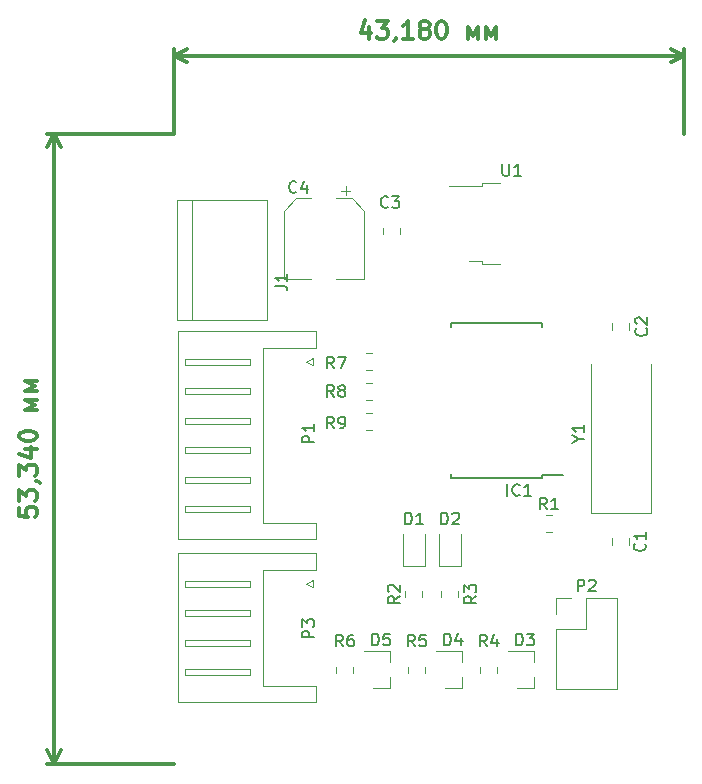
<source format=gbr>
G04 #@! TF.GenerationSoftware,KiCad,Pcbnew,5.0.2+dfsg1-1~bpo9+1*
G04 #@! TF.CreationDate,2019-09-13T19:08:42+10:00*
G04 #@! TF.ProjectId,interface,696e7465-7266-4616-9365-2e6b69636164,rev?*
G04 #@! TF.SameCoordinates,Original*
G04 #@! TF.FileFunction,Legend,Top*
G04 #@! TF.FilePolarity,Positive*
%FSLAX46Y46*%
G04 Gerber Fmt 4.6, Leading zero omitted, Abs format (unit mm)*
G04 Created by KiCad (PCBNEW 5.0.2+dfsg1-1~bpo9+1) date Пт 13 сен 2019 19:08:42*
%MOMM*%
%LPD*%
G01*
G04 APERTURE LIST*
%ADD10C,0.300000*%
%ADD11C,0.120000*%
%ADD12C,0.150000*%
G04 APERTURE END LIST*
D10*
X107958571Y-44314571D02*
X107958571Y-45314571D01*
X107601428Y-43743142D02*
X107244285Y-44814571D01*
X108172857Y-44814571D01*
X108601428Y-43814571D02*
X109530000Y-43814571D01*
X109030000Y-44386000D01*
X109244285Y-44386000D01*
X109387142Y-44457428D01*
X109458571Y-44528857D01*
X109530000Y-44671714D01*
X109530000Y-45028857D01*
X109458571Y-45171714D01*
X109387142Y-45243142D01*
X109244285Y-45314571D01*
X108815714Y-45314571D01*
X108672857Y-45243142D01*
X108601428Y-45171714D01*
X110244285Y-45243142D02*
X110244285Y-45314571D01*
X110172857Y-45457428D01*
X110101428Y-45528857D01*
X111672857Y-45314571D02*
X110815714Y-45314571D01*
X111244285Y-45314571D02*
X111244285Y-43814571D01*
X111101428Y-44028857D01*
X110958571Y-44171714D01*
X110815714Y-44243142D01*
X112530000Y-44457428D02*
X112387142Y-44386000D01*
X112315714Y-44314571D01*
X112244285Y-44171714D01*
X112244285Y-44100285D01*
X112315714Y-43957428D01*
X112387142Y-43886000D01*
X112530000Y-43814571D01*
X112815714Y-43814571D01*
X112958571Y-43886000D01*
X113030000Y-43957428D01*
X113101428Y-44100285D01*
X113101428Y-44171714D01*
X113030000Y-44314571D01*
X112958571Y-44386000D01*
X112815714Y-44457428D01*
X112530000Y-44457428D01*
X112387142Y-44528857D01*
X112315714Y-44600285D01*
X112244285Y-44743142D01*
X112244285Y-45028857D01*
X112315714Y-45171714D01*
X112387142Y-45243142D01*
X112530000Y-45314571D01*
X112815714Y-45314571D01*
X112958571Y-45243142D01*
X113030000Y-45171714D01*
X113101428Y-45028857D01*
X113101428Y-44743142D01*
X113030000Y-44600285D01*
X112958571Y-44528857D01*
X112815714Y-44457428D01*
X114030000Y-43814571D02*
X114172857Y-43814571D01*
X114315714Y-43886000D01*
X114387142Y-43957428D01*
X114458571Y-44100285D01*
X114530000Y-44386000D01*
X114530000Y-44743142D01*
X114458571Y-45028857D01*
X114387142Y-45171714D01*
X114315714Y-45243142D01*
X114172857Y-45314571D01*
X114030000Y-45314571D01*
X113887142Y-45243142D01*
X113815714Y-45171714D01*
X113744285Y-45028857D01*
X113672857Y-44743142D01*
X113672857Y-44386000D01*
X113744285Y-44100285D01*
X113815714Y-43957428D01*
X113887142Y-43886000D01*
X114030000Y-43814571D01*
X116315714Y-45314571D02*
X116315714Y-44314571D01*
X116744285Y-45100285D01*
X117172857Y-44314571D01*
X117172857Y-45314571D01*
X117887142Y-45314571D02*
X117887142Y-44314571D01*
X118315714Y-45100285D01*
X118744285Y-44314571D01*
X118744285Y-45314571D01*
X91440000Y-46736000D02*
X134620000Y-46736000D01*
X91440000Y-53340000D02*
X91440000Y-46149579D01*
X134620000Y-53340000D02*
X134620000Y-46149579D01*
X134620000Y-46736000D02*
X133493496Y-47322421D01*
X134620000Y-46736000D02*
X133493496Y-46149579D01*
X91440000Y-46736000D02*
X92566504Y-47322421D01*
X91440000Y-46736000D02*
X92566504Y-46149579D01*
X78358571Y-85010000D02*
X78358571Y-85724285D01*
X79072857Y-85795714D01*
X79001428Y-85724285D01*
X78930000Y-85581428D01*
X78930000Y-85224285D01*
X79001428Y-85081428D01*
X79072857Y-85010000D01*
X79215714Y-84938571D01*
X79572857Y-84938571D01*
X79715714Y-85010000D01*
X79787142Y-85081428D01*
X79858571Y-85224285D01*
X79858571Y-85581428D01*
X79787142Y-85724285D01*
X79715714Y-85795714D01*
X78358571Y-84438571D02*
X78358571Y-83510000D01*
X78930000Y-84010000D01*
X78930000Y-83795714D01*
X79001428Y-83652857D01*
X79072857Y-83581428D01*
X79215714Y-83510000D01*
X79572857Y-83510000D01*
X79715714Y-83581428D01*
X79787142Y-83652857D01*
X79858571Y-83795714D01*
X79858571Y-84224285D01*
X79787142Y-84367142D01*
X79715714Y-84438571D01*
X79787142Y-82795714D02*
X79858571Y-82795714D01*
X80001428Y-82867142D01*
X80072857Y-82938571D01*
X78358571Y-82295714D02*
X78358571Y-81367142D01*
X78930000Y-81867142D01*
X78930000Y-81652857D01*
X79001428Y-81510000D01*
X79072857Y-81438571D01*
X79215714Y-81367142D01*
X79572857Y-81367142D01*
X79715714Y-81438571D01*
X79787142Y-81510000D01*
X79858571Y-81652857D01*
X79858571Y-82081428D01*
X79787142Y-82224285D01*
X79715714Y-82295714D01*
X78858571Y-80081428D02*
X79858571Y-80081428D01*
X78287142Y-80438571D02*
X79358571Y-80795714D01*
X79358571Y-79867142D01*
X78358571Y-79010000D02*
X78358571Y-78867142D01*
X78430000Y-78724285D01*
X78501428Y-78652857D01*
X78644285Y-78581428D01*
X78930000Y-78510000D01*
X79287142Y-78510000D01*
X79572857Y-78581428D01*
X79715714Y-78652857D01*
X79787142Y-78724285D01*
X79858571Y-78867142D01*
X79858571Y-79010000D01*
X79787142Y-79152857D01*
X79715714Y-79224285D01*
X79572857Y-79295714D01*
X79287142Y-79367142D01*
X78930000Y-79367142D01*
X78644285Y-79295714D01*
X78501428Y-79224285D01*
X78430000Y-79152857D01*
X78358571Y-79010000D01*
X79858571Y-76724285D02*
X78858571Y-76724285D01*
X79644285Y-76295714D01*
X78858571Y-75867142D01*
X79858571Y-75867142D01*
X79858571Y-75152857D02*
X78858571Y-75152857D01*
X79644285Y-74724285D01*
X78858571Y-74295714D01*
X79858571Y-74295714D01*
X81280000Y-106680000D02*
X81280000Y-53340000D01*
X91440000Y-106680000D02*
X80693579Y-106680000D01*
X91440000Y-53340000D02*
X80693579Y-53340000D01*
X81280000Y-53340000D02*
X81866421Y-54466504D01*
X81280000Y-53340000D02*
X80693579Y-54466504D01*
X81280000Y-106680000D02*
X81866421Y-105553496D01*
X81280000Y-106680000D02*
X80693579Y-105553496D01*
D11*
G04 #@! TO.C,Y1*
X126736000Y-72840000D02*
X126736000Y-85440000D01*
X126736000Y-85440000D02*
X131836000Y-85440000D01*
X131836000Y-85440000D02*
X131836000Y-72840000D01*
D12*
G04 #@! TO.C,IC1*
X122620000Y-82521000D02*
X122620000Y-82271000D01*
X114870000Y-82521000D02*
X114870000Y-82186000D01*
X114870000Y-69371000D02*
X114870000Y-69706000D01*
X122620000Y-69371000D02*
X122620000Y-69706000D01*
X122620000Y-82521000D02*
X114870000Y-82521000D01*
X122620000Y-69371000D02*
X114870000Y-69371000D01*
X122620000Y-82271000D02*
X124420000Y-82271000D01*
D11*
G04 #@! TO.C,R4*
X118820000Y-98468922D02*
X118820000Y-98986078D01*
X117400000Y-98468922D02*
X117400000Y-98986078D01*
G04 #@! TO.C,D1*
X112720000Y-89950000D02*
X112720000Y-87265000D01*
X110800000Y-89950000D02*
X112720000Y-89950000D01*
X110800000Y-87265000D02*
X110800000Y-89950000D01*
G04 #@! TO.C,D2*
X113848000Y-87265000D02*
X113848000Y-89950000D01*
X113848000Y-89950000D02*
X115768000Y-89950000D01*
X115768000Y-89950000D02*
X115768000Y-87265000D01*
G04 #@! TO.C,D3*
X121918000Y-100307500D02*
X121918000Y-99377500D01*
X121918000Y-97147500D02*
X121918000Y-98077500D01*
X121918000Y-97147500D02*
X119758000Y-97147500D01*
X121918000Y-100307500D02*
X120458000Y-100307500D01*
G04 #@! TO.C,D5*
X109726000Y-100307500D02*
X108266000Y-100307500D01*
X109726000Y-97147500D02*
X107566000Y-97147500D01*
X109726000Y-97147500D02*
X109726000Y-98077500D01*
X109726000Y-100307500D02*
X109726000Y-99377500D01*
G04 #@! TO.C,D4*
X115822000Y-100307500D02*
X115822000Y-99377500D01*
X115822000Y-97147500D02*
X115822000Y-98077500D01*
X115822000Y-97147500D02*
X113662000Y-97147500D01*
X115822000Y-100307500D02*
X114362000Y-100307500D01*
G04 #@! TO.C,P3*
X91782000Y-95190000D02*
X91782000Y-88880000D01*
X91782000Y-88880000D02*
X103502000Y-88880000D01*
X103502000Y-88880000D02*
X103502000Y-90300000D01*
X103502000Y-90300000D02*
X99002000Y-90300000D01*
X99002000Y-90300000D02*
X99002000Y-95190000D01*
X91782000Y-95190000D02*
X91782000Y-101500000D01*
X91782000Y-101500000D02*
X103502000Y-101500000D01*
X103502000Y-101500000D02*
X103502000Y-100080000D01*
X103502000Y-100080000D02*
X99002000Y-100080000D01*
X99002000Y-100080000D02*
X99002000Y-95190000D01*
X97892000Y-91190000D02*
X92392000Y-91190000D01*
X92392000Y-91190000D02*
X92392000Y-91690000D01*
X92392000Y-91690000D02*
X97892000Y-91690000D01*
X97892000Y-91690000D02*
X97892000Y-91190000D01*
X97892000Y-93690000D02*
X92392000Y-93690000D01*
X92392000Y-93690000D02*
X92392000Y-94190000D01*
X92392000Y-94190000D02*
X97892000Y-94190000D01*
X97892000Y-94190000D02*
X97892000Y-93690000D01*
X97892000Y-96190000D02*
X92392000Y-96190000D01*
X92392000Y-96190000D02*
X92392000Y-96690000D01*
X92392000Y-96690000D02*
X97892000Y-96690000D01*
X97892000Y-96690000D02*
X97892000Y-96190000D01*
X97892000Y-98690000D02*
X92392000Y-98690000D01*
X92392000Y-98690000D02*
X92392000Y-99190000D01*
X92392000Y-99190000D02*
X97892000Y-99190000D01*
X97892000Y-99190000D02*
X97892000Y-98690000D01*
X102592000Y-91440000D02*
X103192000Y-91140000D01*
X103192000Y-91140000D02*
X103192000Y-91740000D01*
X103192000Y-91740000D02*
X102592000Y-91440000D01*
G04 #@! TO.C,C4*
X100730000Y-65640000D02*
X103080000Y-65640000D01*
X107550000Y-65640000D02*
X105200000Y-65640000D01*
X107550000Y-59884437D02*
X107550000Y-65640000D01*
X100730000Y-59884437D02*
X100730000Y-65640000D01*
X101794437Y-58820000D02*
X103080000Y-58820000D01*
X106485563Y-58820000D02*
X105200000Y-58820000D01*
X106485563Y-58820000D02*
X107550000Y-59884437D01*
X101794437Y-58820000D02*
X100730000Y-59884437D01*
X105987500Y-57792500D02*
X105987500Y-58580000D01*
X106381250Y-58186250D02*
X105593750Y-58186250D01*
G04 #@! TO.C,C2*
X128576000Y-69933078D02*
X128576000Y-69415922D01*
X129996000Y-69933078D02*
X129996000Y-69415922D01*
G04 #@! TO.C,C3*
X109145000Y-61336422D02*
X109145000Y-61853578D01*
X110565000Y-61336422D02*
X110565000Y-61853578D01*
G04 #@! TO.C,C1*
X129996000Y-87625422D02*
X129996000Y-88142578D01*
X128576000Y-87625422D02*
X128576000Y-88142578D01*
G04 #@! TO.C,P1*
X91782000Y-78894000D02*
X91782000Y-70084000D01*
X91782000Y-70084000D02*
X103502000Y-70084000D01*
X103502000Y-70084000D02*
X103502000Y-71504000D01*
X103502000Y-71504000D02*
X99002000Y-71504000D01*
X99002000Y-71504000D02*
X99002000Y-78894000D01*
X91782000Y-78894000D02*
X91782000Y-87704000D01*
X91782000Y-87704000D02*
X103502000Y-87704000D01*
X103502000Y-87704000D02*
X103502000Y-86284000D01*
X103502000Y-86284000D02*
X99002000Y-86284000D01*
X99002000Y-86284000D02*
X99002000Y-78894000D01*
X97892000Y-72394000D02*
X92392000Y-72394000D01*
X92392000Y-72394000D02*
X92392000Y-72894000D01*
X92392000Y-72894000D02*
X97892000Y-72894000D01*
X97892000Y-72894000D02*
X97892000Y-72394000D01*
X97892000Y-74894000D02*
X92392000Y-74894000D01*
X92392000Y-74894000D02*
X92392000Y-75394000D01*
X92392000Y-75394000D02*
X97892000Y-75394000D01*
X97892000Y-75394000D02*
X97892000Y-74894000D01*
X97892000Y-77394000D02*
X92392000Y-77394000D01*
X92392000Y-77394000D02*
X92392000Y-77894000D01*
X92392000Y-77894000D02*
X97892000Y-77894000D01*
X97892000Y-77894000D02*
X97892000Y-77394000D01*
X97892000Y-79894000D02*
X92392000Y-79894000D01*
X92392000Y-79894000D02*
X92392000Y-80394000D01*
X92392000Y-80394000D02*
X97892000Y-80394000D01*
X97892000Y-80394000D02*
X97892000Y-79894000D01*
X97892000Y-82394000D02*
X92392000Y-82394000D01*
X92392000Y-82394000D02*
X92392000Y-82894000D01*
X92392000Y-82894000D02*
X97892000Y-82894000D01*
X97892000Y-82894000D02*
X97892000Y-82394000D01*
X97892000Y-84894000D02*
X92392000Y-84894000D01*
X92392000Y-84894000D02*
X92392000Y-85394000D01*
X92392000Y-85394000D02*
X97892000Y-85394000D01*
X97892000Y-85394000D02*
X97892000Y-84894000D01*
X102592000Y-72644000D02*
X103192000Y-72344000D01*
X103192000Y-72344000D02*
X103192000Y-72944000D01*
X103192000Y-72944000D02*
X102592000Y-72644000D01*
G04 #@! TO.C,P2*
X123765000Y-100390000D02*
X128965000Y-100390000D01*
X123765000Y-95250000D02*
X123765000Y-100390000D01*
X128965000Y-92650000D02*
X128965000Y-100390000D01*
X123765000Y-95250000D02*
X126365000Y-95250000D01*
X126365000Y-95250000D02*
X126365000Y-92650000D01*
X126365000Y-92650000D02*
X128965000Y-92650000D01*
X123765000Y-93980000D02*
X123765000Y-92650000D01*
X123765000Y-92650000D02*
X125095000Y-92650000D01*
G04 #@! TO.C,U1*
X119045000Y-57510000D02*
X117545000Y-57510000D01*
X117545000Y-57510000D02*
X117545000Y-57780000D01*
X117545000Y-57780000D02*
X114715000Y-57780000D01*
X119045000Y-64410000D02*
X117545000Y-64410000D01*
X117545000Y-64410000D02*
X117545000Y-64140000D01*
X117545000Y-64140000D02*
X116445000Y-64140000D01*
G04 #@! TO.C,R3*
X114098000Y-92070422D02*
X114098000Y-92587578D01*
X115518000Y-92070422D02*
X115518000Y-92587578D01*
G04 #@! TO.C,R2*
X112470000Y-92070422D02*
X112470000Y-92587578D01*
X111050000Y-92070422D02*
X111050000Y-92587578D01*
G04 #@! TO.C,R1*
X122931422Y-87070000D02*
X123448578Y-87070000D01*
X122931422Y-85650000D02*
X123448578Y-85650000D01*
G04 #@! TO.C,R6*
X106628000Y-98468922D02*
X106628000Y-98986078D01*
X105208000Y-98468922D02*
X105208000Y-98986078D01*
G04 #@! TO.C,R7*
X107691422Y-73354000D02*
X108208578Y-73354000D01*
X107691422Y-71934000D02*
X108208578Y-71934000D01*
G04 #@! TO.C,R8*
X107691422Y-74474000D02*
X108208578Y-74474000D01*
X107691422Y-75894000D02*
X108208578Y-75894000D01*
G04 #@! TO.C,R9*
X107691422Y-78434000D02*
X108208578Y-78434000D01*
X107691422Y-77014000D02*
X108208578Y-77014000D01*
G04 #@! TO.C,R5*
X112724000Y-98468922D02*
X112724000Y-98986078D01*
X111304000Y-98468922D02*
X111304000Y-98986078D01*
G04 #@! TO.C,J1*
X92964000Y-69088000D02*
X92964000Y-58928000D01*
X91694000Y-69088000D02*
X99314000Y-69088000D01*
X99314000Y-69088000D02*
X99314000Y-58928000D01*
X99314000Y-58928000D02*
X91694000Y-58928000D01*
X91694000Y-58928000D02*
X91694000Y-69088000D01*
G04 #@! TO.C,Y1*
D12*
X125712190Y-79216190D02*
X126188380Y-79216190D01*
X125188380Y-79549523D02*
X125712190Y-79216190D01*
X125188380Y-78882857D01*
X126188380Y-78025714D02*
X126188380Y-78597142D01*
X126188380Y-78311428D02*
X125188380Y-78311428D01*
X125331238Y-78406666D01*
X125426476Y-78501904D01*
X125474095Y-78597142D01*
G04 #@! TO.C,IC1*
X119673809Y-84018380D02*
X119673809Y-83018380D01*
X120721428Y-83923142D02*
X120673809Y-83970761D01*
X120530952Y-84018380D01*
X120435714Y-84018380D01*
X120292857Y-83970761D01*
X120197619Y-83875523D01*
X120150000Y-83780285D01*
X120102380Y-83589809D01*
X120102380Y-83446952D01*
X120150000Y-83256476D01*
X120197619Y-83161238D01*
X120292857Y-83066000D01*
X120435714Y-83018380D01*
X120530952Y-83018380D01*
X120673809Y-83066000D01*
X120721428Y-83113619D01*
X121673809Y-84018380D02*
X121102380Y-84018380D01*
X121388095Y-84018380D02*
X121388095Y-83018380D01*
X121292857Y-83161238D01*
X121197619Y-83256476D01*
X121102380Y-83304095D01*
G04 #@! TO.C,R4*
X117943333Y-96766880D02*
X117610000Y-96290690D01*
X117371904Y-96766880D02*
X117371904Y-95766880D01*
X117752857Y-95766880D01*
X117848095Y-95814500D01*
X117895714Y-95862119D01*
X117943333Y-95957357D01*
X117943333Y-96100214D01*
X117895714Y-96195452D01*
X117848095Y-96243071D01*
X117752857Y-96290690D01*
X117371904Y-96290690D01*
X118800476Y-96100214D02*
X118800476Y-96766880D01*
X118562380Y-95719261D02*
X118324285Y-96433547D01*
X118943333Y-96433547D01*
G04 #@! TO.C,D1*
X111021904Y-86431380D02*
X111021904Y-85431380D01*
X111260000Y-85431380D01*
X111402857Y-85479000D01*
X111498095Y-85574238D01*
X111545714Y-85669476D01*
X111593333Y-85859952D01*
X111593333Y-86002809D01*
X111545714Y-86193285D01*
X111498095Y-86288523D01*
X111402857Y-86383761D01*
X111260000Y-86431380D01*
X111021904Y-86431380D01*
X112545714Y-86431380D02*
X111974285Y-86431380D01*
X112260000Y-86431380D02*
X112260000Y-85431380D01*
X112164761Y-85574238D01*
X112069523Y-85669476D01*
X111974285Y-85717095D01*
G04 #@! TO.C,D2*
X114069904Y-86431380D02*
X114069904Y-85431380D01*
X114308000Y-85431380D01*
X114450857Y-85479000D01*
X114546095Y-85574238D01*
X114593714Y-85669476D01*
X114641333Y-85859952D01*
X114641333Y-86002809D01*
X114593714Y-86193285D01*
X114546095Y-86288523D01*
X114450857Y-86383761D01*
X114308000Y-86431380D01*
X114069904Y-86431380D01*
X115022285Y-85526619D02*
X115069904Y-85479000D01*
X115165142Y-85431380D01*
X115403238Y-85431380D01*
X115498476Y-85479000D01*
X115546095Y-85526619D01*
X115593714Y-85621857D01*
X115593714Y-85717095D01*
X115546095Y-85859952D01*
X114974666Y-86431380D01*
X115593714Y-86431380D01*
G04 #@! TO.C,D3*
X120419904Y-96679880D02*
X120419904Y-95679880D01*
X120658000Y-95679880D01*
X120800857Y-95727500D01*
X120896095Y-95822738D01*
X120943714Y-95917976D01*
X120991333Y-96108452D01*
X120991333Y-96251309D01*
X120943714Y-96441785D01*
X120896095Y-96537023D01*
X120800857Y-96632261D01*
X120658000Y-96679880D01*
X120419904Y-96679880D01*
X121324666Y-95679880D02*
X121943714Y-95679880D01*
X121610380Y-96060833D01*
X121753238Y-96060833D01*
X121848476Y-96108452D01*
X121896095Y-96156071D01*
X121943714Y-96251309D01*
X121943714Y-96489404D01*
X121896095Y-96584642D01*
X121848476Y-96632261D01*
X121753238Y-96679880D01*
X121467523Y-96679880D01*
X121372285Y-96632261D01*
X121324666Y-96584642D01*
G04 #@! TO.C,D5*
X108227904Y-96679880D02*
X108227904Y-95679880D01*
X108466000Y-95679880D01*
X108608857Y-95727500D01*
X108704095Y-95822738D01*
X108751714Y-95917976D01*
X108799333Y-96108452D01*
X108799333Y-96251309D01*
X108751714Y-96441785D01*
X108704095Y-96537023D01*
X108608857Y-96632261D01*
X108466000Y-96679880D01*
X108227904Y-96679880D01*
X109704095Y-95679880D02*
X109227904Y-95679880D01*
X109180285Y-96156071D01*
X109227904Y-96108452D01*
X109323142Y-96060833D01*
X109561238Y-96060833D01*
X109656476Y-96108452D01*
X109704095Y-96156071D01*
X109751714Y-96251309D01*
X109751714Y-96489404D01*
X109704095Y-96584642D01*
X109656476Y-96632261D01*
X109561238Y-96679880D01*
X109323142Y-96679880D01*
X109227904Y-96632261D01*
X109180285Y-96584642D01*
G04 #@! TO.C,D4*
X114323904Y-96679880D02*
X114323904Y-95679880D01*
X114562000Y-95679880D01*
X114704857Y-95727500D01*
X114800095Y-95822738D01*
X114847714Y-95917976D01*
X114895333Y-96108452D01*
X114895333Y-96251309D01*
X114847714Y-96441785D01*
X114800095Y-96537023D01*
X114704857Y-96632261D01*
X114562000Y-96679880D01*
X114323904Y-96679880D01*
X115752476Y-96013214D02*
X115752476Y-96679880D01*
X115514380Y-95632261D02*
X115276285Y-96346547D01*
X115895333Y-96346547D01*
G04 #@! TO.C,P3*
X103322380Y-95988095D02*
X102322380Y-95988095D01*
X102322380Y-95607142D01*
X102370000Y-95511904D01*
X102417619Y-95464285D01*
X102512857Y-95416666D01*
X102655714Y-95416666D01*
X102750952Y-95464285D01*
X102798571Y-95511904D01*
X102846190Y-95607142D01*
X102846190Y-95988095D01*
X102322380Y-95083333D02*
X102322380Y-94464285D01*
X102703333Y-94797619D01*
X102703333Y-94654761D01*
X102750952Y-94559523D01*
X102798571Y-94511904D01*
X102893809Y-94464285D01*
X103131904Y-94464285D01*
X103227142Y-94511904D01*
X103274761Y-94559523D01*
X103322380Y-94654761D01*
X103322380Y-94940476D01*
X103274761Y-95035714D01*
X103227142Y-95083333D01*
G04 #@! TO.C,C4*
X101814333Y-58269142D02*
X101766714Y-58316761D01*
X101623857Y-58364380D01*
X101528619Y-58364380D01*
X101385761Y-58316761D01*
X101290523Y-58221523D01*
X101242904Y-58126285D01*
X101195285Y-57935809D01*
X101195285Y-57792952D01*
X101242904Y-57602476D01*
X101290523Y-57507238D01*
X101385761Y-57412000D01*
X101528619Y-57364380D01*
X101623857Y-57364380D01*
X101766714Y-57412000D01*
X101814333Y-57459619D01*
X102671476Y-57697714D02*
X102671476Y-58364380D01*
X102433380Y-57316761D02*
X102195285Y-58031047D01*
X102814333Y-58031047D01*
G04 #@! TO.C,C2*
X131421142Y-69841166D02*
X131468761Y-69888785D01*
X131516380Y-70031642D01*
X131516380Y-70126880D01*
X131468761Y-70269738D01*
X131373523Y-70364976D01*
X131278285Y-70412595D01*
X131087809Y-70460214D01*
X130944952Y-70460214D01*
X130754476Y-70412595D01*
X130659238Y-70364976D01*
X130564000Y-70269738D01*
X130516380Y-70126880D01*
X130516380Y-70031642D01*
X130564000Y-69888785D01*
X130611619Y-69841166D01*
X130611619Y-69460214D02*
X130564000Y-69412595D01*
X130516380Y-69317357D01*
X130516380Y-69079261D01*
X130564000Y-68984023D01*
X130611619Y-68936404D01*
X130706857Y-68888785D01*
X130802095Y-68888785D01*
X130944952Y-68936404D01*
X131516380Y-69507833D01*
X131516380Y-68888785D01*
G04 #@! TO.C,C3*
X109561333Y-59539142D02*
X109513714Y-59586761D01*
X109370857Y-59634380D01*
X109275619Y-59634380D01*
X109132761Y-59586761D01*
X109037523Y-59491523D01*
X108989904Y-59396285D01*
X108942285Y-59205809D01*
X108942285Y-59062952D01*
X108989904Y-58872476D01*
X109037523Y-58777238D01*
X109132761Y-58682000D01*
X109275619Y-58634380D01*
X109370857Y-58634380D01*
X109513714Y-58682000D01*
X109561333Y-58729619D01*
X109894666Y-58634380D02*
X110513714Y-58634380D01*
X110180380Y-59015333D01*
X110323238Y-59015333D01*
X110418476Y-59062952D01*
X110466095Y-59110571D01*
X110513714Y-59205809D01*
X110513714Y-59443904D01*
X110466095Y-59539142D01*
X110418476Y-59586761D01*
X110323238Y-59634380D01*
X110037523Y-59634380D01*
X109942285Y-59586761D01*
X109894666Y-59539142D01*
G04 #@! TO.C,C1*
X131293142Y-88050666D02*
X131340761Y-88098285D01*
X131388380Y-88241142D01*
X131388380Y-88336380D01*
X131340761Y-88479238D01*
X131245523Y-88574476D01*
X131150285Y-88622095D01*
X130959809Y-88669714D01*
X130816952Y-88669714D01*
X130626476Y-88622095D01*
X130531238Y-88574476D01*
X130436000Y-88479238D01*
X130388380Y-88336380D01*
X130388380Y-88241142D01*
X130436000Y-88098285D01*
X130483619Y-88050666D01*
X131388380Y-87098285D02*
X131388380Y-87669714D01*
X131388380Y-87384000D02*
X130388380Y-87384000D01*
X130531238Y-87479238D01*
X130626476Y-87574476D01*
X130674095Y-87669714D01*
G04 #@! TO.C,P1*
X103322380Y-79478095D02*
X102322380Y-79478095D01*
X102322380Y-79097142D01*
X102370000Y-79001904D01*
X102417619Y-78954285D01*
X102512857Y-78906666D01*
X102655714Y-78906666D01*
X102750952Y-78954285D01*
X102798571Y-79001904D01*
X102846190Y-79097142D01*
X102846190Y-79478095D01*
X103322380Y-77954285D02*
X103322380Y-78525714D01*
X103322380Y-78240000D02*
X102322380Y-78240000D01*
X102465238Y-78335238D01*
X102560476Y-78430476D01*
X102608095Y-78525714D01*
G04 #@! TO.C,P2*
X125626904Y-92102380D02*
X125626904Y-91102380D01*
X126007857Y-91102380D01*
X126103095Y-91150000D01*
X126150714Y-91197619D01*
X126198333Y-91292857D01*
X126198333Y-91435714D01*
X126150714Y-91530952D01*
X126103095Y-91578571D01*
X126007857Y-91626190D01*
X125626904Y-91626190D01*
X126579285Y-91197619D02*
X126626904Y-91150000D01*
X126722142Y-91102380D01*
X126960238Y-91102380D01*
X127055476Y-91150000D01*
X127103095Y-91197619D01*
X127150714Y-91292857D01*
X127150714Y-91388095D01*
X127103095Y-91530952D01*
X126531666Y-92102380D01*
X127150714Y-92102380D01*
G04 #@! TO.C,U1*
X119253095Y-55912380D02*
X119253095Y-56721904D01*
X119300714Y-56817142D01*
X119348333Y-56864761D01*
X119443571Y-56912380D01*
X119634047Y-56912380D01*
X119729285Y-56864761D01*
X119776904Y-56817142D01*
X119824523Y-56721904D01*
X119824523Y-55912380D01*
X120824523Y-56912380D02*
X120253095Y-56912380D01*
X120538809Y-56912380D02*
X120538809Y-55912380D01*
X120443571Y-56055238D01*
X120348333Y-56150476D01*
X120253095Y-56198095D01*
G04 #@! TO.C,R3*
X117038380Y-92495666D02*
X116562190Y-92829000D01*
X117038380Y-93067095D02*
X116038380Y-93067095D01*
X116038380Y-92686142D01*
X116086000Y-92590904D01*
X116133619Y-92543285D01*
X116228857Y-92495666D01*
X116371714Y-92495666D01*
X116466952Y-92543285D01*
X116514571Y-92590904D01*
X116562190Y-92686142D01*
X116562190Y-93067095D01*
X116038380Y-92162333D02*
X116038380Y-91543285D01*
X116419333Y-91876619D01*
X116419333Y-91733761D01*
X116466952Y-91638523D01*
X116514571Y-91590904D01*
X116609809Y-91543285D01*
X116847904Y-91543285D01*
X116943142Y-91590904D01*
X116990761Y-91638523D01*
X117038380Y-91733761D01*
X117038380Y-92019476D01*
X116990761Y-92114714D01*
X116943142Y-92162333D01*
G04 #@! TO.C,R2*
X110561380Y-92495666D02*
X110085190Y-92829000D01*
X110561380Y-93067095D02*
X109561380Y-93067095D01*
X109561380Y-92686142D01*
X109609000Y-92590904D01*
X109656619Y-92543285D01*
X109751857Y-92495666D01*
X109894714Y-92495666D01*
X109989952Y-92543285D01*
X110037571Y-92590904D01*
X110085190Y-92686142D01*
X110085190Y-93067095D01*
X109656619Y-92114714D02*
X109609000Y-92067095D01*
X109561380Y-91971857D01*
X109561380Y-91733761D01*
X109609000Y-91638523D01*
X109656619Y-91590904D01*
X109751857Y-91543285D01*
X109847095Y-91543285D01*
X109989952Y-91590904D01*
X110561380Y-92162333D01*
X110561380Y-91543285D01*
G04 #@! TO.C,R1*
X123023333Y-85162380D02*
X122690000Y-84686190D01*
X122451904Y-85162380D02*
X122451904Y-84162380D01*
X122832857Y-84162380D01*
X122928095Y-84210000D01*
X122975714Y-84257619D01*
X123023333Y-84352857D01*
X123023333Y-84495714D01*
X122975714Y-84590952D01*
X122928095Y-84638571D01*
X122832857Y-84686190D01*
X122451904Y-84686190D01*
X123975714Y-85162380D02*
X123404285Y-85162380D01*
X123690000Y-85162380D02*
X123690000Y-84162380D01*
X123594761Y-84305238D01*
X123499523Y-84400476D01*
X123404285Y-84448095D01*
G04 #@! TO.C,R6*
X105751333Y-96766880D02*
X105418000Y-96290690D01*
X105179904Y-96766880D02*
X105179904Y-95766880D01*
X105560857Y-95766880D01*
X105656095Y-95814500D01*
X105703714Y-95862119D01*
X105751333Y-95957357D01*
X105751333Y-96100214D01*
X105703714Y-96195452D01*
X105656095Y-96243071D01*
X105560857Y-96290690D01*
X105179904Y-96290690D01*
X106608476Y-95766880D02*
X106418000Y-95766880D01*
X106322761Y-95814500D01*
X106275142Y-95862119D01*
X106179904Y-96004976D01*
X106132285Y-96195452D01*
X106132285Y-96576404D01*
X106179904Y-96671642D01*
X106227523Y-96719261D01*
X106322761Y-96766880D01*
X106513238Y-96766880D01*
X106608476Y-96719261D01*
X106656095Y-96671642D01*
X106703714Y-96576404D01*
X106703714Y-96338309D01*
X106656095Y-96243071D01*
X106608476Y-96195452D01*
X106513238Y-96147833D01*
X106322761Y-96147833D01*
X106227523Y-96195452D01*
X106179904Y-96243071D01*
X106132285Y-96338309D01*
G04 #@! TO.C,R7*
X104989333Y-73223380D02*
X104656000Y-72747190D01*
X104417904Y-73223380D02*
X104417904Y-72223380D01*
X104798857Y-72223380D01*
X104894095Y-72271000D01*
X104941714Y-72318619D01*
X104989333Y-72413857D01*
X104989333Y-72556714D01*
X104941714Y-72651952D01*
X104894095Y-72699571D01*
X104798857Y-72747190D01*
X104417904Y-72747190D01*
X105322666Y-72223380D02*
X105989333Y-72223380D01*
X105560761Y-73223380D01*
G04 #@! TO.C,R8*
X104989333Y-75636380D02*
X104656000Y-75160190D01*
X104417904Y-75636380D02*
X104417904Y-74636380D01*
X104798857Y-74636380D01*
X104894095Y-74684000D01*
X104941714Y-74731619D01*
X104989333Y-74826857D01*
X104989333Y-74969714D01*
X104941714Y-75064952D01*
X104894095Y-75112571D01*
X104798857Y-75160190D01*
X104417904Y-75160190D01*
X105560761Y-75064952D02*
X105465523Y-75017333D01*
X105417904Y-74969714D01*
X105370285Y-74874476D01*
X105370285Y-74826857D01*
X105417904Y-74731619D01*
X105465523Y-74684000D01*
X105560761Y-74636380D01*
X105751238Y-74636380D01*
X105846476Y-74684000D01*
X105894095Y-74731619D01*
X105941714Y-74826857D01*
X105941714Y-74874476D01*
X105894095Y-74969714D01*
X105846476Y-75017333D01*
X105751238Y-75064952D01*
X105560761Y-75064952D01*
X105465523Y-75112571D01*
X105417904Y-75160190D01*
X105370285Y-75255428D01*
X105370285Y-75445904D01*
X105417904Y-75541142D01*
X105465523Y-75588761D01*
X105560761Y-75636380D01*
X105751238Y-75636380D01*
X105846476Y-75588761D01*
X105894095Y-75541142D01*
X105941714Y-75445904D01*
X105941714Y-75255428D01*
X105894095Y-75160190D01*
X105846476Y-75112571D01*
X105751238Y-75064952D01*
G04 #@! TO.C,R9*
X104989333Y-78303380D02*
X104656000Y-77827190D01*
X104417904Y-78303380D02*
X104417904Y-77303380D01*
X104798857Y-77303380D01*
X104894095Y-77351000D01*
X104941714Y-77398619D01*
X104989333Y-77493857D01*
X104989333Y-77636714D01*
X104941714Y-77731952D01*
X104894095Y-77779571D01*
X104798857Y-77827190D01*
X104417904Y-77827190D01*
X105465523Y-78303380D02*
X105656000Y-78303380D01*
X105751238Y-78255761D01*
X105798857Y-78208142D01*
X105894095Y-78065285D01*
X105941714Y-77874809D01*
X105941714Y-77493857D01*
X105894095Y-77398619D01*
X105846476Y-77351000D01*
X105751238Y-77303380D01*
X105560761Y-77303380D01*
X105465523Y-77351000D01*
X105417904Y-77398619D01*
X105370285Y-77493857D01*
X105370285Y-77731952D01*
X105417904Y-77827190D01*
X105465523Y-77874809D01*
X105560761Y-77922428D01*
X105751238Y-77922428D01*
X105846476Y-77874809D01*
X105894095Y-77827190D01*
X105941714Y-77731952D01*
G04 #@! TO.C,R5*
X111847333Y-96766880D02*
X111514000Y-96290690D01*
X111275904Y-96766880D02*
X111275904Y-95766880D01*
X111656857Y-95766880D01*
X111752095Y-95814500D01*
X111799714Y-95862119D01*
X111847333Y-95957357D01*
X111847333Y-96100214D01*
X111799714Y-96195452D01*
X111752095Y-96243071D01*
X111656857Y-96290690D01*
X111275904Y-96290690D01*
X112752095Y-95766880D02*
X112275904Y-95766880D01*
X112228285Y-96243071D01*
X112275904Y-96195452D01*
X112371142Y-96147833D01*
X112609238Y-96147833D01*
X112704476Y-96195452D01*
X112752095Y-96243071D01*
X112799714Y-96338309D01*
X112799714Y-96576404D01*
X112752095Y-96671642D01*
X112704476Y-96719261D01*
X112609238Y-96766880D01*
X112371142Y-96766880D01*
X112275904Y-96719261D01*
X112228285Y-96671642D01*
G04 #@! TO.C,J1*
X100036380Y-66246333D02*
X100750666Y-66246333D01*
X100893523Y-66293952D01*
X100988761Y-66389190D01*
X101036380Y-66532047D01*
X101036380Y-66627285D01*
X101036380Y-65246333D02*
X101036380Y-65817761D01*
X101036380Y-65532047D02*
X100036380Y-65532047D01*
X100179238Y-65627285D01*
X100274476Y-65722523D01*
X100322095Y-65817761D01*
G04 #@! TD*
M02*

</source>
